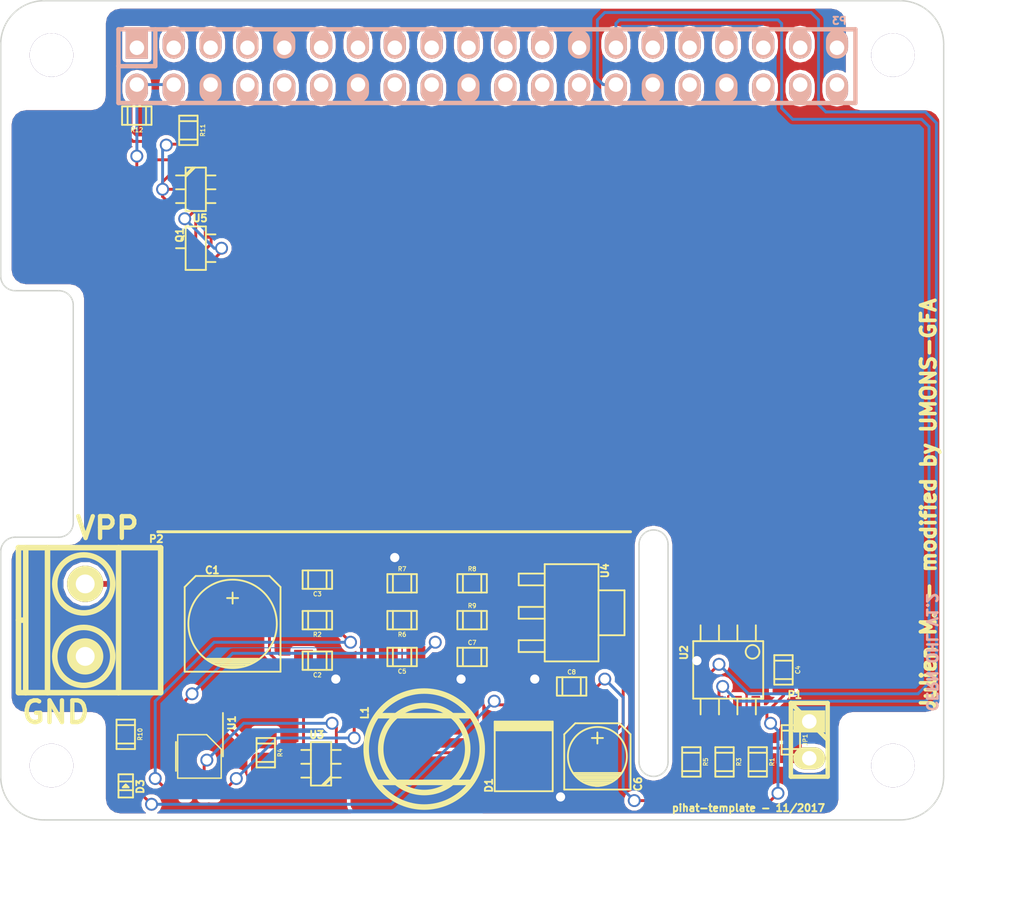
<source format=kicad_pcb>
(kicad_pcb (version 4) (host pcbnew 4.0.2+dfsg1-stable)
  (title_block (title "Raspberry Pi Hat Template") (date 2015-12-24) (rev 0.1) (company OpenFet) (comment 1 "Author: Julien") (comment 2 "License: CERN OHL V1.2"))
  (layers (0 F.Cu signal) (31 B.Cu signal) (34 B.Paste user) (35 F.Paste user) (36 B.SilkS user) (37 F.SilkS user) (38 B.Mask user) (39 F.Mask user) (44 Edge.Cuts user))
  (net 0 "")
  (net 1 GND)
  (net 2 "/Back Power Protection/5V_MCU")
  (net 3 +24V)
  (net 4 +5V)
  (net 5 "Net-(C3-Pad2)")
  (net 6 "Net-(C5-Pad2)")
  (net 7 "Net-(D1-Pad2)")
  (net 8 "Net-(D3-Pad2)")
  (net 9 "Net-(JP1-Pad1)")
  (net 10 "Net-(P3-Pad27)")
  (net 11 "Net-(P3-Pad28)")
  (net 12 "Net-(Q1-Pad1)")
  (net 13 "Net-(R4-Pad2)")
  (net 14 "Net-(R8-Pad1)")
  (net 15 "Net-(R11-Pad1)")
  (net 16 "Net-(U1-Pad3)")
  (net 17 "Net-(U1-Pad7)")
  (net 18 "Net-(P3-Pad1)")
  (net 19 "Net-(P3-Pad3)")
  (net 20 "Net-(P3-Pad5)")
  (net 21 "Net-(P3-Pad7)")
  (net 22 "Net-(P3-Pad8)")
  (net 23 "Net-(P3-Pad10)")
  (net 24 "Net-(P3-Pad11)")
  (net 25 "Net-(P3-Pad12)")
  (net 26 "Net-(P3-Pad13)")
  (net 27 "Net-(P3-Pad15)")
  (net 28 "Net-(P3-Pad16)")
  (net 29 "Net-(P3-Pad17)")
  (net 30 "Net-(P3-Pad18)")
  (net 31 "Net-(P3-Pad19)")
  (net 32 "Net-(P3-Pad21)")
  (net 33 "Net-(P3-Pad22)")
  (net 34 "Net-(P3-Pad23)")
  (net 35 "Net-(P3-Pad24)")
  (net 36 "Net-(P3-Pad26)")
  (net 37 "Net-(P3-Pad29)")
  (net 38 "Net-(P3-Pad31)")
  (net 39 "Net-(P3-Pad32)")
  (net 40 "Net-(P3-Pad33)")
  (net 41 "Net-(P3-Pad35)")
  (net 42 "Net-(P3-Pad36)")
  (net 43 "Net-(P3-Pad37)")
  (net 44 "Net-(P3-Pad40)")
  (net 45 +3.3V)
  (module Mounting_Holes:MountingHole_3mm (layer F.Cu) (at 166.42 74.82)
    (fp_text reference REF** hide)
    (fp_text value MountingHole_3mm hide)
    (pad 1 thru_hole circle (at 0 0) (size 2.99974 2.99974) (drill 2.99974) (layers))
  )
  (module Mounting_Holes:MountingHole_3mm (layer F.Cu) (at 166.42 123.82)
    (fp_text reference REF** hide)
    (fp_text value MountingHole_3mm hide)
    (pad 1 thru_hole circle (at 0 0) (size 2.99974 2.99974) (drill 2.99974) (layers))
  )
  (module Mounting_Holes:MountingHole_3mm (layer F.Cu) (at 108.42 123.82)
    (fp_text reference REF** hide)
    (fp_text value MountingHole_3mm hide)
    (pad 1 thru_hole circle (at 0 0) (size 2.99974 2.99974) (drill 2.99974) (layers))
  )
  (module Mounting_Holes:MountingHole_3mm (layer F.Cu) (at 108.42 74.82)
    (fp_text reference REF** hide)
    (fp_text value MountingHole_3mm hide)
    (pad 1 thru_hole circle (at 0 0) (size 2.99974 2.99974) (drill 2.99974) (layers))
  )
  (module project:pin_strip_2 (layer F.Cu) (at 160.655 122.047 270)
    (fp_text reference P1 (at -3.1 1 360) (layer F.SilkS) (effects (font (size 0.5 0.5) (thickness 0.125))))
    (fp_text value CONN_01X02 hide)
    (pad 1 thru_hole rect (at -1.27 0 270) (size 1.524 2.19964) (drill 1.00076) (layers *.Cu *.Mask F.SilkS) (net 1 GND))
    (pad 2 thru_hole oval (at 1.27 0 270) (size 1.524 2.19964) (drill 1.00076) (layers *.Cu *.Mask F.SilkS) (net 9 "Net-(JP1-Pad1)"))
  )
  (module project:Led_0603 (layer F.Cu) (at 113.538 125.222 90)
    (fp_text reference D3 (at -0.0507 1 90) (layer F.SilkS) (effects (font (size 0.5 0.5) (thickness 0.125))))
    (fp_text value LED hide)
    (pad 1 smd rect (at -0.7493 0 90) (size 0.79756 0.79756) (layers F.Cu F.Paste F.Mask) (net 45 +3.3V))
    (pad 2 smd rect (at 0.7493 0 90) (size 0.79756 0.79756) (layers F.Cu F.Paste F.Mask) (net 8 "Net-(D3-Pad2)"))
  )
  (module project:sot223 (layer F.Cu) (at 144.272 113.284 270)
    (fp_text reference U4 (at -2.9 -2.3 270) (layer F.SilkS) (effects (font (size 0.5 0.5) (thickness 0.125))))
    (fp_text value LM1117IMPX-ADJ hide)
    (pad 1 smd rect (at -2.30124 2.99974 270) (size 1.30048 1.80086) (layers F.Cu F.Paste F.Mask) (net 14 "Net-(R8-Pad1)"))
    (pad 2 smd rect (at 0 2.99974 270) (size 1.30048 1.80086) (layers F.Cu F.Paste F.Mask) (net 45 +3.3V))
    (pad 3 smd rect (at 2.30124 2.99974 270) (size 1.30048 1.80086) (layers F.Cu F.Paste F.Mask) (net 4 +5V))
    (pad 4 smd rect (at 0 -2.99974 270) (size 3.79984 1.80086) (layers F.Cu F.Paste F.Mask))
  )
  (module project:c_elec_6.3x7.7 (layer F.Cu) (at 120.904 114.046 90)
    (fp_text reference C1 (at 3.7 -1.4 180) (layer F.SilkS) (effects (font (size 0.5 0.5) (thickness 0.125))))
    (fp_text value 50uf/50v hide)
    (pad 1 smd rect (at 2.75082 0 90) (size 3.59918 1.6002) (layers F.Cu F.Paste F.Mask) (net 3 +24V))
    (pad 2 smd rect (at -2.75082 0 90) (size 3.59918 1.6002) (layers F.Cu F.Paste F.Mask) (net 1 GND))
  )
  (module project:inductor_smd_8x5mm (layer F.Cu) (at 134.112 122.682 90)
    (fp_text reference L1 (at 2.5 -4.1 90) (layer F.SilkS) (effects (font (size 0.5 0.5) (thickness 0.125))))
    (fp_text value 22uH hide)
    (pad 1 smd rect (at -2.49936 0 90) (size 2.9972 7.49808) (layers F.Cu F.Paste F.Mask) (net 7 "Net-(D1-Pad2)"))
    (pad 2 smd rect (at 2.49936 0 90) (size 2.9972 7.49808) (layers F.Cu F.Paste F.Mask) (net 4 +5V))
  )
  (module project:c_elec_4x5.3 (layer F.Cu) (at 146.05 123.19 90)
    (fp_text reference C6 (at -1.9 2.8 90) (layer F.SilkS) (effects (font (size 0.5 0.5) (thickness 0.125))))
    (fp_text value 10uf/6.3V hide)
    (pad 1 smd rect (at 1.80086 0 90) (size 2.60096 1.6002) (layers F.Cu F.Paste F.Mask) (net 4 +5V))
    (pad 2 smd rect (at -1.80086 0 90) (size 2.60096 1.6002) (layers F.Cu F.Paste F.Mask) (net 1 GND))
  )
  (module project:do214aa (layer F.Cu) (at 140.97 123.19 90)
    (fp_text reference D1 (at -2 -2.4 90) (layer F.SilkS) (effects (font (size 0.5 0.5) (thickness 0.125))))
    (fp_text value DIODESCH hide)
    (pad 2 smd rect (at 2.00914 0 90) (size 1.99898 2.30124) (layers F.Cu F.Paste F.Mask) (net 7 "Net-(D1-Pad2)"))
    (pad 1 smd rect (at -2.00914 0 90) (size 1.99898 2.30124) (layers F.Cu F.Paste F.Mask) (net 1 GND))
  )
  (module project:sot23-6 (layer F.Cu) (at 127 123.698 90)
    (fp_text reference U3 (at 2 -0.3 180) (layer F.SilkS) (effects (font (size 0.5 0.5) (thickness 0.125))))
    (fp_text value FDC5614P hide)
    (pad 1 smd rect (at -0.9525 1.05664 90) (size 0.59944 1.00076) (layers F.Cu F.Paste F.Mask) (net 7 "Net-(D1-Pad2)"))
    (pad 3 smd rect (at 0.9525 1.05664 90) (size 0.59944 1.00076) (layers F.Cu F.Paste F.Mask) (net 17 "Net-(U1-Pad7)"))
    (pad 2 smd rect (at 0 1.05664 90) (size 0.59944 1.00076) (layers F.Cu F.Paste F.Mask) (net 7 "Net-(D1-Pad2)"))
    (pad 4 smd rect (at 0.9525 -1.05664 90) (size 0.59944 1.00076) (layers F.Cu F.Paste F.Mask) (net 3 +24V))
    (pad 6 smd rect (at -0.9525 -1.05664 90) (size 0.59944 1.00076) (layers F.Cu F.Paste F.Mask) (net 7 "Net-(D1-Pad2)"))
    (pad 5 smd rect (at 0 -1.05664 90) (size 0.59944 1.00076) (layers F.Cu F.Paste F.Mask) (net 7 "Net-(D1-Pad2)"))
  )
  (module project:sot23-6 (layer F.Cu) (at 118.364 84.074 270)
    (fp_text reference U5 (at 2 -0.3 360) (layer F.SilkS) (effects (font (size 0.5 0.5) (thickness 0.125))))
    (fp_text value DMMT5401 hide)
    (pad 1 smd rect (at -0.9525 1.05664 270) (size 0.59944 1.00076) (layers F.Cu F.Paste F.Mask) (net 15 "Net-(R11-Pad1)"))
    (pad 3 smd rect (at 0.9525 1.05664 270) (size 0.59944 1.00076) (layers F.Cu F.Paste F.Mask) (net 15 "Net-(R11-Pad1)"))
    (pad 2 smd rect (at 0 1.05664 270) (size 0.59944 1.00076) (layers F.Cu F.Paste F.Mask) (net 15 "Net-(R11-Pad1)"))
    (pad 4 smd rect (at 0.9525 -1.05664 270) (size 0.59944 1.00076) (layers F.Cu F.Paste F.Mask) (net 12 "Net-(Q1-Pad1)"))
    (pad 6 smd rect (at -0.9525 -1.05664 270) (size 0.59944 1.00076) (layers F.Cu F.Paste F.Mask) (net 4 +5V))
    (pad 5 smd rect (at 0 -1.05664 270) (size 0.59944 1.00076) (layers F.Cu F.Paste F.Mask) (net 2 "/Back Power Protection/5V_MCU"))
  )
  (module project:sot23 (layer F.Cu) (at 118.364 88.138 90)
    (fp_text reference Q1 (at 0.9 -1.1 90) (layer F.SilkS) (effects (font (size 0.5 0.5) (thickness 0.125))))
    (fp_text value BSS138 hide)
    (pad 1 smd rect (at -0.9525 1.05664 90) (size 0.59944 1.00076) (layers F.Cu F.Paste F.Mask) (net 12 "Net-(Q1-Pad1)"))
    (pad 2 smd rect (at 0 -1.05664 90) (size 0.59944 1.00076) (layers F.Cu F.Paste F.Mask) (net 2 "/Back Power Protection/5V_MCU"))
    (pad 3 smd rect (at 0.9525 1.05664 90) (size 0.59944 1.00076) (layers F.Cu F.Paste F.Mask) (net 4 +5V))
  )
  (module project:mkds_1,5-2 (layer F.Cu) (at 110.744 113.792 270)
    (fp_text reference P2 (at -5.6 -4.9 360) (layer F.SilkS) (effects (font (size 0.5 0.5) (thickness 0.125))))
    (fp_text value CONN_01X02 hide)
    (pad 1 thru_hole circle (at -2.5 0 270) (size 2.5 2.5) (drill 1.3) (layers *.Cu *.Mask F.SilkS) (net 3 +24V))
    (pad 2 thru_hole circle (at 2.5 0 270) (size 2.5 2.5) (drill 1.3) (layers *.Cu *.Mask F.SilkS) (net 1 GND))
  )
  (module project:c_0805 (layer F.Cu) (at 126.746 116.586 180)
    (fp_text reference C2 (at 0 -0.9906 180) (layer F.SilkS) (effects (font (size 0.29972 0.29972) (thickness 0.06096))))
    (fp_text value 0.1uf hide)
    (pad 1 smd rect (at 0.9525 0 180) (size 1.30048 1.4986) (layers F.Cu F.Paste F.Mask) (net 3 +24V))
    (pad 2 smd rect (at -0.9525 0 180) (size 1.30048 1.4986) (layers F.Cu F.Paste F.Mask) (net 1 GND))
  )
  (module project:c_0805 (layer F.Cu) (at 126.746 110.998 180)
    (fp_text reference C3 (at 0 -0.9906 180) (layer F.SilkS) (effects (font (size 0.29972 0.29972) (thickness 0.06096))))
    (fp_text value 1nf hide)
    (pad 1 smd rect (at 0.9525 0 180) (size 1.30048 1.4986) (layers F.Cu F.Paste F.Mask) (net 3 +24V))
    (pad 2 smd rect (at -0.9525 0 180) (size 1.30048 1.4986) (layers F.Cu F.Paste F.Mask) (net 5 "Net-(C3-Pad2)"))
  )
  (module project:c_0805 (layer F.Cu) (at 158.877 117.221 270)
    (fp_text reference C4 (at 0 -0.9906 270) (layer F.SilkS) (effects (font (size 0.29972 0.29972) (thickness 0.06096))))
    (fp_text value 0.1uf hide)
    (pad 1 smd rect (at 0.9525 0 270) (size 1.30048 1.4986) (layers F.Cu F.Paste F.Mask) (net 45 +3.3V))
    (pad 2 smd rect (at -0.9525 0 270) (size 1.30048 1.4986) (layers F.Cu F.Paste F.Mask) (net 1 GND))
  )
  (module project:c_0805 (layer F.Cu) (at 132.588 116.332 180)
    (fp_text reference C5 (at 0 -0.9906 180) (layer F.SilkS) (effects (font (size 0.29972 0.29972) (thickness 0.06096))))
    (fp_text value 0.1uf hide)
    (pad 1 smd rect (at 0.9525 0 180) (size 1.30048 1.4986) (layers F.Cu F.Paste F.Mask) (net 4 +5V))
    (pad 2 smd rect (at -0.9525 0 180) (size 1.30048 1.4986) (layers F.Cu F.Paste F.Mask) (net 6 "Net-(C5-Pad2)"))
  )
  (module project:c_0805 (layer F.Cu) (at 137.414 116.332)
    (fp_text reference C7 (at 0 -0.9906) (layer F.SilkS) (effects (font (size 0.29972 0.29972) (thickness 0.06096))))
    (fp_text value 0.1uf hide)
    (pad 1 smd rect (at 0.9525 0) (size 1.30048 1.4986) (layers F.Cu F.Paste F.Mask) (net 45 +3.3V))
    (pad 2 smd rect (at -0.9525 0) (size 1.30048 1.4986) (layers F.Cu F.Paste F.Mask) (net 1 GND))
  )
  (module project:c_0805 (layer F.Cu) (at 144.272 118.364)
    (fp_text reference C8 (at 0 -0.9906) (layer F.SilkS) (effects (font (size 0.29972 0.29972) (thickness 0.06096))))
    (fp_text value 1uf hide)
    (pad 1 smd rect (at 0.9525 0) (size 1.30048 1.4986) (layers F.Cu F.Paste F.Mask) (net 45 +3.3V))
    (pad 2 smd rect (at -0.9525 0) (size 1.30048 1.4986) (layers F.Cu F.Paste F.Mask) (net 1 GND))
  )
  (module project:r_0805 (layer F.Cu) (at 159.385 122.047 270)
    (fp_text reference JP1 (at 0 -0.9906 270) (layer F.SilkS) (effects (font (size 0.29972 0.29972) (thickness 0.06096))))
    (fp_text value JUMPER hide)
    (pad 1 smd rect (at 0.9525 0 270) (size 1.30048 1.4986) (layers F.Cu F.Paste F.Mask) (net 9 "Net-(JP1-Pad1)"))
    (pad 2 smd rect (at -0.9525 0 270) (size 1.30048 1.4986) (layers F.Cu F.Paste F.Mask) (net 1 GND))
  )
  (module project:pin_socket_20x2 (layer B.Cu) (at 138.436 75.582)
    (fp_text reference P3 (at 24.29 -3.13) (layer B.SilkS) (effects (font (size 0.5 0.5) (thickness 0.125)) (justify mirror)))
    (fp_text value Raspberry_Pi_+_Conn hide)
    (pad 1 thru_hole rect (at -24.13 -1.27) (size 1.524 1.99898) (drill 1.00076 (offset 0 -0.24892)) (layers *.Cu *.Mask B.SilkS) (net 18 "Net-(P3-Pad1)"))
    (pad 2 thru_hole oval (at -24.13 1.27) (size 1.524 1.99898) (drill 1.00076 (offset 0 0.24892)) (layers *.Cu *.Mask B.SilkS) (net 2 "/Back Power Protection/5V_MCU"))
    (pad 3 thru_hole oval (at -21.59 -1.27) (size 1.524 1.99898) (drill 1.00076 (offset 0 -0.24892)) (layers *.Cu *.Mask B.SilkS) (net 19 "Net-(P3-Pad3)"))
    (pad 4 thru_hole oval (at -21.59 1.27) (size 1.524 1.99898) (drill 1.00076 (offset 0 0.24892)) (layers *.Cu *.Mask B.SilkS) (net 2 "/Back Power Protection/5V_MCU"))
    (pad 5 thru_hole oval (at -19.05 -1.27) (size 1.524 1.99898) (drill 1.00076 (offset 0 -0.24892)) (layers *.Cu *.Mask B.SilkS) (net 20 "Net-(P3-Pad5)"))
    (pad 6 thru_hole oval (at -19.05 1.27) (size 1.524 1.99898) (drill 1.00076 (offset 0 0.24892)) (layers *.Cu *.Mask B.SilkS) (net 1 GND))
    (pad 7 thru_hole oval (at -16.51 -1.27) (size 1.524 1.99898) (drill 1.00076 (offset 0 -0.24892)) (layers *.Cu *.Mask B.SilkS) (net 21 "Net-(P3-Pad7)"))
    (pad 8 thru_hole oval (at -16.51 1.27) (size 1.524 1.99898) (drill 1.00076 (offset 0 0.24892)) (layers *.Cu *.Mask B.SilkS) (net 22 "Net-(P3-Pad8)"))
    (pad 9 thru_hole oval (at -13.97 -1.27) (size 1.524 1.99898) (drill 1.00076 (offset 0 -0.24892)) (layers *.Cu *.Mask B.SilkS) (net 1 GND))
    (pad 10 thru_hole oval (at -13.97 1.27) (size 1.524 1.99898) (drill 1.00076 (offset 0 0.24892)) (layers *.Cu *.Mask B.SilkS) (net 23 "Net-(P3-Pad10)"))
    (pad 11 thru_hole oval (at -11.43 -1.27) (size 1.524 1.99898) (drill 1.00076 (offset 0 -0.24892)) (layers *.Cu *.Mask B.SilkS) (net 24 "Net-(P3-Pad11)"))
    (pad 12 thru_hole oval (at -11.43 1.27) (size 1.524 1.99898) (drill 1.00076 (offset 0 0.24892)) (layers *.Cu *.Mask B.SilkS) (net 25 "Net-(P3-Pad12)"))
    (pad 13 thru_hole oval (at -8.89 -1.27) (size 1.524 1.99898) (drill 1.00076 (offset 0 -0.24892)) (layers *.Cu *.Mask B.SilkS) (net 26 "Net-(P3-Pad13)"))
    (pad 14 thru_hole oval (at -8.89 1.27) (size 1.524 1.99898) (drill 1.00076 (offset 0 0.24892)) (layers *.Cu *.Mask B.SilkS) (net 1 GND))
    (pad 15 thru_hole oval (at -6.35 -1.27) (size 1.524 1.99898) (drill 1.00076 (offset 0 -0.24892)) (layers *.Cu *.Mask B.SilkS) (net 27 "Net-(P3-Pad15)"))
    (pad 16 thru_hole oval (at -6.35 1.27) (size 1.524 1.99898) (drill 1.00076 (offset 0 0.24892)) (layers *.Cu *.Mask B.SilkS) (net 28 "Net-(P3-Pad16)"))
    (pad 17 thru_hole oval (at -3.81 -1.27) (size 1.524 1.99898) (drill 1.00076 (offset 0 -0.24892)) (layers *.Cu *.Mask B.SilkS) (net 29 "Net-(P3-Pad17)"))
    (pad 18 thru_hole oval (at -3.81 1.27) (size 1.524 1.99898) (drill 1.00076 (offset 0 0.24892)) (layers *.Cu *.Mask B.SilkS) (net 30 "Net-(P3-Pad18)"))
    (pad 19 thru_hole oval (at -1.27 -1.27) (size 1.524 1.99898) (drill 1.00076 (offset 0 -0.24892)) (layers *.Cu *.Mask B.SilkS) (net 31 "Net-(P3-Pad19)"))
    (pad 20 thru_hole oval (at -1.27 1.27) (size 1.524 1.99898) (drill 1.00076 (offset 0 0.24892)) (layers *.Cu *.Mask B.SilkS) (net 1 GND))
    (pad 21 thru_hole oval (at 1.27 -1.27) (size 1.524 1.99898) (drill 1.00076 (offset 0 -0.24892)) (layers *.Cu *.Mask B.SilkS) (net 32 "Net-(P3-Pad21)"))
    (pad 22 thru_hole oval (at 1.27 1.27) (size 1.524 1.99898) (drill 1.00076 (offset 0 0.24892)) (layers *.Cu *.Mask B.SilkS) (net 33 "Net-(P3-Pad22)"))
    (pad 23 thru_hole oval (at 3.81 -1.27) (size 1.524 1.99898) (drill 1.00076 (offset 0 -0.24892)) (layers *.Cu *.Mask B.SilkS) (net 34 "Net-(P3-Pad23)"))
    (pad 24 thru_hole oval (at 3.81 1.27) (size 1.524 1.99898) (drill 1.00076 (offset 0 0.24892)) (layers *.Cu *.Mask B.SilkS) (net 35 "Net-(P3-Pad24)"))
    (pad 25 thru_hole oval (at 6.35 -1.27) (size 1.524 1.99898) (drill 1.00076 (offset 0 -0.24892)) (layers *.Cu *.Mask B.SilkS) (net 1 GND))
    (pad 26 thru_hole oval (at 6.35 1.27) (size 1.524 1.99898) (drill 1.00076 (offset 0 0.24892)) (layers *.Cu *.Mask B.SilkS) (net 36 "Net-(P3-Pad26)"))
    (pad 27 thru_hole oval (at 8.89 -1.27) (size 1.524 1.99898) (drill 1.00076 (offset 0 -0.24892)) (layers *.Cu *.Mask B.SilkS) (net 10 "Net-(P3-Pad27)"))
    (pad 28 thru_hole oval (at 8.89 1.27) (size 1.524 1.99898) (drill 1.00076 (offset 0 0.24892)) (layers *.Cu *.Mask B.SilkS) (net 11 "Net-(P3-Pad28)"))
    (pad 29 thru_hole oval (at 11.43 -1.27) (size 1.524 1.99898) (drill 1.00076 (offset 0 -0.24892)) (layers *.Cu *.Mask B.SilkS) (net 37 "Net-(P3-Pad29)"))
    (pad 30 thru_hole oval (at 11.43 1.27) (size 1.524 1.99898) (drill 1.00076 (offset 0 0.24892)) (layers *.Cu *.Mask B.SilkS) (net 1 GND))
    (pad 31 thru_hole oval (at 13.97 -1.27) (size 1.524 1.99898) (drill 1.00076 (offset 0 -0.24892)) (layers *.Cu *.Mask B.SilkS) (net 38 "Net-(P3-Pad31)"))
    (pad 32 thru_hole oval (at 13.97 1.27) (size 1.524 1.99898) (drill 1.00076 (offset 0 0.24892)) (layers *.Cu *.Mask B.SilkS) (net 39 "Net-(P3-Pad32)"))
    (pad 33 thru_hole oval (at 16.51 -1.27) (size 1.524 1.99898) (drill 1.00076 (offset 0 -0.24892)) (layers *.Cu *.Mask B.SilkS) (net 40 "Net-(P3-Pad33)"))
    (pad 34 thru_hole oval (at 16.51 1.27) (size 1.524 1.99898) (drill 1.00076 (offset 0 0.24892)) (layers *.Cu *.Mask B.SilkS) (net 1 GND))
    (pad 35 thru_hole oval (at 19.05 -1.27) (size 1.524 1.99898) (drill 1.00076 (offset 0 -0.24892)) (layers *.Cu *.Mask B.SilkS) (net 41 "Net-(P3-Pad35)"))
    (pad 36 thru_hole oval (at 19.05 1.27) (size 1.524 1.99898) (drill 1.00076 (offset 0 0.24892)) (layers *.Cu *.Mask B.SilkS) (net 42 "Net-(P3-Pad36)"))
    (pad 37 thru_hole oval (at 21.59 -1.27) (size 1.524 1.99898) (drill 1.00076 (offset 0 -0.24892)) (layers *.Cu *.Mask B.SilkS) (net 43 "Net-(P3-Pad37)"))
    (pad 38 thru_hole oval (at 21.59 1.27) (size 1.524 1.99898) (drill 1.00076 (offset 0 0.24892)) (layers *.Cu *.Mask B.SilkS))
    (pad 39 thru_hole oval (at 24.13 -1.27) (size 1.524 1.99898) (drill 1.00076 (offset 0 -0.24892)) (layers *.Cu *.Mask B.SilkS) (net 1 GND))
    (pad 40 thru_hole oval (at 24.13 1.27) (size 1.524 1.99898) (drill 1.00076 (offset 0 0.24892)) (layers *.Cu *.Mask B.SilkS) (net 44 "Net-(P3-Pad40)"))
  )
  (module project:r_0805 (layer F.Cu) (at 157.099 123.571 270)
    (fp_text reference R1 (at 0 -0.9906 270) (layer F.SilkS) (effects (font (size 0.29972 0.29972) (thickness 0.06096))))
    (fp_text value 1k hide)
    (pad 1 smd rect (at 0.9525 0 270) (size 1.30048 1.4986) (layers F.Cu F.Paste F.Mask) (net 45 +3.3V))
    (pad 2 smd rect (at -0.9525 0 270) (size 1.30048 1.4986) (layers F.Cu F.Paste F.Mask) (net 9 "Net-(JP1-Pad1)"))
  )
  (module project:r_0805 (layer F.Cu) (at 126.746 113.792 180)
    (fp_text reference R2 (at 0 -0.9906 180) (layer F.SilkS) (effects (font (size 0.29972 0.29972) (thickness 0.06096))))
    (fp_text value 24k hide)
    (pad 1 smd rect (at 0.9525 0 180) (size 1.30048 1.4986) (layers F.Cu F.Paste F.Mask) (net 3 +24V))
    (pad 2 smd rect (at -0.9525 0 180) (size 1.30048 1.4986) (layers F.Cu F.Paste F.Mask) (net 5 "Net-(C3-Pad2)"))
  )
  (module project:r_0805 (layer F.Cu) (at 154.813 123.571 270)
    (fp_text reference R3 (at 0 -0.9906 270) (layer F.SilkS) (effects (font (size 0.29972 0.29972) (thickness 0.06096))))
    (fp_text value 3.9k hide)
    (pad 1 smd rect (at 0.9525 0 270) (size 1.30048 1.4986) (layers F.Cu F.Paste F.Mask) (net 45 +3.3V))
    (pad 2 smd rect (at -0.9525 0 270) (size 1.30048 1.4986) (layers F.Cu F.Paste F.Mask) (net 11 "Net-(P3-Pad28)"))
  )
  (module project:r_0805 (layer F.Cu) (at 123.19 122.936 270)
    (fp_text reference R4 (at 0 -0.9906 270) (layer F.SilkS) (effects (font (size 0.29972 0.29972) (thickness 0.06096))))
    (fp_text value 270 hide)
    (pad 1 smd rect (at 0.9525 0 270) (size 1.30048 1.4986) (layers F.Cu F.Paste F.Mask) (net 7 "Net-(D1-Pad2)"))
    (pad 2 smd rect (at -0.9525 0 270) (size 1.30048 1.4986) (layers F.Cu F.Paste F.Mask) (net 13 "Net-(R4-Pad2)"))
  )
  (module project:r_0805 (layer F.Cu) (at 152.527 123.571 270)
    (fp_text reference R5 (at 0 -0.9906 270) (layer F.SilkS) (effects (font (size 0.29972 0.29972) (thickness 0.06096))))
    (fp_text value 3.9k hide)
    (pad 1 smd rect (at 0.9525 0 270) (size 1.30048 1.4986) (layers F.Cu F.Paste F.Mask) (net 45 +3.3V))
    (pad 2 smd rect (at -0.9525 0 270) (size 1.30048 1.4986) (layers F.Cu F.Paste F.Mask) (net 10 "Net-(P3-Pad27)"))
  )
  (module project:r_0805 (layer F.Cu) (at 132.588 113.792 180)
    (fp_text reference R6 (at 0 -0.9906 180) (layer F.SilkS) (effects (font (size 0.29972 0.29972) (thickness 0.06096))))
    (fp_text value 30k hide)
    (pad 1 smd rect (at 0.9525 0 180) (size 1.30048 1.4986) (layers F.Cu F.Paste F.Mask) (net 4 +5V))
    (pad 2 smd rect (at -0.9525 0 180) (size 1.30048 1.4986) (layers F.Cu F.Paste F.Mask) (net 6 "Net-(C5-Pad2)"))
  )
  (module project:r_0805 (layer F.Cu) (at 132.588 111.252)
    (fp_text reference R7 (at 0 -0.9906) (layer F.SilkS) (effects (font (size 0.29972 0.29972) (thickness 0.06096))))
    (fp_text value 10k hide)
    (pad 1 smd rect (at 0.9525 0) (size 1.30048 1.4986) (layers F.Cu F.Paste F.Mask) (net 6 "Net-(C5-Pad2)"))
    (pad 2 smd rect (at -0.9525 0) (size 1.30048 1.4986) (layers F.Cu F.Paste F.Mask) (net 1 GND))
  )
  (module project:r_0805 (layer F.Cu) (at 137.414 111.252)
    (fp_text reference R8 (at 0 -0.9906) (layer F.SilkS) (effects (font (size 0.29972 0.29972) (thickness 0.06096))))
    (fp_text value 390 hide)
    (pad 1 smd rect (at 0.9525 0) (size 1.30048 1.4986) (layers F.Cu F.Paste F.Mask) (net 14 "Net-(R8-Pad1)"))
    (pad 2 smd rect (at -0.9525 0) (size 1.30048 1.4986) (layers F.Cu F.Paste F.Mask) (net 1 GND))
  )
  (module project:r_0805 (layer F.Cu) (at 137.414 113.792)
    (fp_text reference R9 (at 0 -0.9906) (layer F.SilkS) (effects (font (size 0.29972 0.29972) (thickness 0.06096))))
    (fp_text value 240 hide)
    (pad 1 smd rect (at 0.9525 0) (size 1.30048 1.4986) (layers F.Cu F.Paste F.Mask) (net 45 +3.3V))
    (pad 2 smd rect (at -0.9525 0) (size 1.30048 1.4986) (layers F.Cu F.Paste F.Mask) (net 14 "Net-(R8-Pad1)"))
  )
  (module project:r_0805 (layer F.Cu) (at 113.538 121.666 270)
    (fp_text reference R10 (at 0 -0.9906 270) (layer F.SilkS) (effects (font (size 0.29972 0.29972) (thickness 0.06096))))
    (fp_text value 360 hide)
    (pad 1 smd rect (at 0.9525 0 270) (size 1.30048 1.4986) (layers F.Cu F.Paste F.Mask) (net 8 "Net-(D3-Pad2)"))
    (pad 2 smd rect (at -0.9525 0 270) (size 1.30048 1.4986) (layers F.Cu F.Paste F.Mask) (net 1 GND))
  )
  (module project:r_0805 (layer F.Cu) (at 117.856 80.01 270)
    (fp_text reference R11 (at 0 -0.9906 270) (layer F.SilkS) (effects (font (size 0.29972 0.29972) (thickness 0.06096))))
    (fp_text value 10k hide)
    (pad 1 smd rect (at 0.9525 0 270) (size 1.30048 1.4986) (layers F.Cu F.Paste F.Mask) (net 15 "Net-(R11-Pad1)"))
    (pad 2 smd rect (at -0.9525 0 270) (size 1.30048 1.4986) (layers F.Cu F.Paste F.Mask) (net 1 GND))
  )
  (module project:r_0805 (layer F.Cu) (at 114.3 78.994 180)
    (fp_text reference R12 (at 0 -0.9906 180) (layer F.SilkS) (effects (font (size 0.29972 0.29972) (thickness 0.06096))))
    (fp_text value 47k hide)
    (pad 1 smd rect (at 0.9525 0 180) (size 1.30048 1.4986) (layers F.Cu F.Paste F.Mask) (net 12 "Net-(Q1-Pad1)"))
    (pad 2 smd rect (at -0.9525 0 180) (size 1.30048 1.4986) (layers F.Cu F.Paste F.Mask) (net 1 GND))
  )
  (module project:CAT24C04WI-GT3 (layer F.Cu) (at 155.067 117.221 180)
    (fp_text reference U2 (at 3.048 1.1938 270) (layer F.SilkS) (effects (font (size 0.5 0.5) (thickness 0.125))))
    (fp_text value "CAT24C04WI-GT3 ")
    (pad 1 smd rect (at -1.905 2.794 180) (size 0.59944 1.99898) (layers F.Cu F.Paste F.Mask) (net 1 GND))
    (pad 2 smd rect (at -0.635 2.794 180) (size 0.59944 1.99898) (layers F.Cu F.Paste F.Mask) (net 1 GND))
    (pad 3 smd rect (at 0.635 2.794 180) (size 0.59944 1.99898) (layers F.Cu F.Paste F.Mask) (net 1 GND))
    (pad 4 smd rect (at 1.905 2.794 180) (size 0.59944 1.99898) (layers F.Cu F.Paste F.Mask) (net 1 GND))
    (pad 5 smd rect (at 1.905 -2.794 180) (size 0.59944 1.99898) (layers F.Cu F.Paste F.Mask) (net 10 "Net-(P3-Pad27)"))
    (pad 6 smd rect (at 0.635 -2.794 180) (size 0.59944 1.99898) (layers F.Cu F.Paste F.Mask) (net 11 "Net-(P3-Pad28)"))
    (pad 7 smd rect (at -0.635 -2.794 180) (size 0.59944 1.99898) (layers F.Cu F.Paste F.Mask) (net 9 "Net-(JP1-Pad1)"))
    (pad 8 smd rect (at -1.905 -2.794 180) (size 0.59944 1.99898) (layers F.Cu F.Paste F.Mask) (net 45 +3.3V))
  )
  (module project:LM3489 (layer F.Cu) (at 118.618 123.19 270)
    (fp_text reference U1 (at -2.3114 -2.2352 270) (layer F.SilkS) (effects (font (size 0.5 0.5) (thickness 0.125))))
    (fp_text value LM3489)
    (pad 1 smd rect (at -2.2 -0.975 180) (size 0.45 1.45) (layers F.Cu F.Paste F.Mask) (net 13 "Net-(R4-Pad2)"))
    (pad 2 smd rect (at -2.2 -0.325 180) (size 0.45 1.45) (layers F.Cu F.Paste F.Mask) (net 1 GND))
    (pad 3 smd rect (at -2.2 0.325 180) (size 0.45 1.45) (layers F.Cu F.Paste F.Mask) (net 16 "Net-(U1-Pad3)"))
    (pad 4 smd rect (at -2.2 0.975 180) (size 0.45 1.45) (layers F.Cu F.Paste F.Mask) (net 6 "Net-(C5-Pad2)"))
    (pad 5 smd rect (at 2.2 0.975 180) (size 0.45 1.45) (layers F.Cu F.Paste F.Mask) (net 5 "Net-(C3-Pad2)"))
    (pad 6 smd rect (at 2.2 0.325 180) (size 0.45 1.45) (layers F.Cu F.Paste F.Mask) (net 1 GND))
    (pad 7 smd rect (at 2.2 -0.325 180) (size 0.45 1.45) (layers F.Cu F.Paste F.Mask) (net 17 "Net-(U1-Pad7)"))
    (pad 8 smd rect (at 2.2 -0.975 180) (size 0.45 1.45) (layers F.Cu F.Paste F.Mask) (net 3 +24V))
  )
  (gr_line (start 115.744 107.696) (end 148.336 107.696) (angle 90) (layer F.SilkS) (width 0.2))
  (gr_text "pihat-template - 11/2017" (at 156.464 126.746) (layer F.SilkS) (effects (font (size 0.5 0.5) (thickness 0.125))))
  (gr_text "CERN OHL V1.2" (at 169.1 116 270) (layer B.SilkS) (effects (font (size 0.7 0.7) (thickness 0.175)) (justify mirror)))
  (gr_text "Julien M. - modified by UMONS-GFA" (at 168.8725 105.8275 90) (layer F.SilkS) (effects (font (size 1 1) (thickness 0.25))))
  (gr_text GND (at 108.712 120.142) (layer F.SilkS) (effects (font (size 1.5 1.5) (thickness 0.3))))
  (gr_text VPP (at 112.268 107.442) (layer F.SilkS) (effects (font (size 1.5 1.5) (thickness 0.3))))
  (gr_arc (start 149.92 108.57) (end 149.92 107.57) (angle 90) (layer Edge.Cuts) (width 0.1))
  (gr_arc (start 149.92 108.57) (end 148.92 108.57) (angle 90) (layer Edge.Cuts) (width 0.1))
  (gr_line (start 104.92 109.07) (end 104.92 124.57) (angle 90) (layer Edge.Cuts) (width 0.1))
  (gr_line (start 104.92 90.07) (end 104.92 74.07) (angle 90) (layer Edge.Cuts) (width 0.1))
  (gr_line (start 108.92 108.07) (end 105.92 108.07) (angle 90) (layer Edge.Cuts) (width 0.1))
  (gr_line (start 109.92 92.07) (end 109.92 107.07) (angle 90) (layer Edge.Cuts) (width 0.1))
  (gr_line (start 105.92 91.07) (end 108.92 91.07) (angle 90) (layer Edge.Cuts) (width 0.1))
  (gr_arc (start 108.92 107.07) (end 109.92 107.07) (angle 90) (layer Edge.Cuts) (width 0.1))
  (gr_arc (start 108.92 92.07) (end 108.92 91.07) (angle 90) (layer Edge.Cuts) (width 0.1))
  (gr_arc (start 105.92 109.07) (end 104.92 109.07) (angle 90) (layer Edge.Cuts) (width 0.1))
  (gr_arc (start 105.92 90.07) (end 105.92 91.07) (angle 90) (layer Edge.Cuts) (width 0.1))
  (gr_line (start 148.92 123.57) (end 148.92 108.57) (angle 90) (layer Edge.Cuts) (width 0.1))
  (gr_line (start 150.92 108.57) (end 150.92 123.57) (angle 90) (layer Edge.Cuts) (width 0.1))
  (gr_arc (start 149.92 123.57) (end 150.92 123.57) (angle 90) (layer Edge.Cuts) (width 0.1))
  (gr_arc (start 149.92 123.57) (end 149.92 124.57) (angle 90) (layer Edge.Cuts) (width 0.1))
  (gr_line (start 166.92 127.57) (end 107.92 127.57) (angle 90) (layer Edge.Cuts) (width 0.1))
  (gr_line (start 169.92 74.07) (end 169.92 124.57) (angle 90) (layer Edge.Cuts) (width 0.1))
  (gr_line (start 107.92 71.07) (end 166.92 71.07) (angle 90) (layer Edge.Cuts) (width 0.1))
  (gr_arc (start 166.92 124.57) (end 169.92 124.57) (angle 90) (layer Edge.Cuts) (width 0.1))
  (gr_arc (start 107.92 74.07) (end 104.92 74.07) (angle 90) (layer Edge.Cuts) (width 0.1))
  (gr_arc (start 166.92 74.07) (end 166.92 71.07) (angle 90) (layer Edge.Cuts) (width 0.1))
  (gr_arc (start 107.92 124.57) (end 107.92 127.57) (angle 90) (layer Edge.Cuts) (width 0.1))
  (segment (start 117.348 123.444) (end 117.602 123.444) (width 0.2) (layer F.Cu) (net 1))
  (segment (start 118.943 122.103) (end 118.943 120.99) (width 0.2) (layer F.Cu) (net 1))
  (segment (start 117.602 123.444) (end 118.943 122.103) (width 0.2) (layer F.Cu) (net 1))
  (segment (start 118.293 125.39) (end 118.293 124.389) (width 0.2) (layer F.Cu) (net 1))
  (segment (start 114.6175 120.7135) (end 113.538 120.7135) (width 0.2) (layer F.Cu) (net 1))
  (segment (start 118.293 124.389) (end 117.348 123.444) (width 0.2) (layer F.Cu) (net 1))
  (segment (start 117.348 123.444) (end 114.6175 120.7135) (width 0.2) (layer F.Cu) (net 1))
  (segment (start 127.6985 116.586) (end 127.6985 117.5385) (width 0.2) (layer F.Cu) (net 1))
  (segment (start 128.016 117.856) (end 127.762 117.602) (width 0.2) (layer B.Cu) (net 1))
  (via (at 128.016 117.856) (size 0.889) (drill 0.635) (layers F.Cu B.Cu) (net 1))
  (segment (start 127.6985 117.5385) (end 128.016 117.856) (width 0.2) (layer F.Cu) (net 1))
  (segment (start 140.97 125.19914) (end 142.72514 125.19914) (width 0.2) (layer F.Cu) (net 1))
  (segment (start 144.50314 124.99086) (end 143.51 125.984) (width 0.2) (layer F.Cu) (net 1))
  (via (at 143.51 125.984) (size 0.889) (drill 0.635) (layers F.Cu B.Cu) (net 1))
  (segment (start 144.50314 124.99086) (end 146.05 124.99086) (width 0.2) (layer F.Cu) (net 1))
  (segment (start 142.72514 125.19914) (end 143.51 125.984) (width 0.2) (layer F.Cu) (net 1))
  (segment (start 136.4615 116.332) (end 136.4615 117.6655) (width 0.2) (layer F.Cu) (net 1))
  (via (at 136.652 117.856) (size 0.889) (drill 0.635) (layers F.Cu B.Cu) (net 1))
  (segment (start 136.4615 117.6655) (end 136.652 117.856) (width 0.2) (layer F.Cu) (net 1))
  (segment (start 143.3195 118.364) (end 142.24 118.364) (width 0.2) (layer F.Cu) (net 1))
  (segment (start 141.732 117.856) (end 141.986 118.11) (width 0.2) (layer B.Cu) (net 1))
  (via (at 141.732 117.856) (size 0.889) (drill 0.635) (layers F.Cu B.Cu) (net 1))
  (segment (start 142.24 118.364) (end 141.732 117.856) (width 0.2) (layer F.Cu) (net 1))
  (segment (start 153.162 114.427) (end 153.162 116.332) (width 0.2) (layer F.Cu) (net 1))
  (via (at 152.908 116.586) (size 0.889) (drill 0.635) (layers F.Cu B.Cu) (net 1))
  (segment (start 153.162 116.332) (end 152.908 116.586) (width 0.2) (layer F.Cu) (net 1))
  (segment (start 158.877 116.2685) (end 158.877 115.443) (width 0.2) (layer F.Cu) (net 1))
  (segment (start 157.861 114.427) (end 156.972 114.427) (width 0.2) (layer F.Cu) (net 1))
  (segment (start 158.877 115.443) (end 157.861 114.427) (width 0.2) (layer F.Cu) (net 1))
  (segment (start 156.972 114.427) (end 155.702 114.427) (width 0.2) (layer F.Cu) (net 1))
  (segment (start 155.702 114.427) (end 154.432 114.427) (width 0.2) (layer F.Cu) (net 1))
  (segment (start 154.432 114.427) (end 153.162 114.427) (width 0.2) (layer F.Cu) (net 1))
  (segment (start 158.877 116.2685) (end 159.4485 116.2685) (width 0.2) (layer F.Cu) (net 1))
  (segment (start 159.4485 116.2685) (end 160.274 117.094) (width 0.2) (layer F.Cu) (net 1))
  (segment (start 160.274 117.094) (end 160.274 120.2055) (width 0.2) (layer F.Cu) (net 1))
  (segment (start 160.274 120.2055) (end 159.385 121.0945) (width 0.2) (layer F.Cu) (net 1))
  (segment (start 131.6355 111.252) (end 131.6355 109.9185) (width 0.2) (layer F.Cu) (net 1))
  (segment (start 132.08 109.474) (end 131.826 109.728) (width 0.2) (layer B.Cu) (net 1))
  (via (at 132.08 109.474) (size 0.889) (drill 0.635) (layers F.Cu B.Cu) (net 1))
  (segment (start 131.6355 109.9185) (end 132.08 109.474) (width 0.2) (layer F.Cu) (net 1))
  (segment (start 127.6985 116.586) (end 127.6985 116.7765) (width 0.2) (layer F.Cu) (net 1))
  (segment (start 110.744 116.292) (end 111.72 116.292) (width 0.2) (layer F.Cu) (net 1))
  (segment (start 111.72 116.292) (end 113.538 118.11) (width 0.2) (layer F.Cu) (net 1))
  (segment (start 113.538 118.11) (end 113.538 120.7135) (width 0.2) (layer F.Cu) (net 1))
  (segment (start 110.744 116.292) (end 120.39918 116.292) (width 0.4) (layer F.Cu) (net 1))
  (segment (start 120.39918 116.292) (end 120.904 116.79682) (width 0.4) (layer F.Cu) (net 1))
  (segment (start 117.856 79.0575) (end 117.856 78.382) (width 0.2) (layer F.Cu) (net 1))
  (segment (start 117.856 78.382) (end 119.386 76.852) (width 0.2) (layer F.Cu) (net 1))
  (segment (start 118.37 78.5435) (end 117.9195 78.994) (width 0.2) (layer F.Cu) (net 1))
  (segment (start 117.9195 78.994) (end 115.2525 78.994) (width 0.2) (layer F.Cu) (net 1))
  (segment (start 116.078 88.138) (end 115.316 88.138) (width 0.2) (layer F.Cu) (net 2))
  (segment (start 114.3 87.122) (end 114.3 81.788) (width 0.2) (layer F.Cu) (net 2))
  (segment (start 115.316 88.138) (end 114.3 87.122) (width 0.2) (layer F.Cu) (net 2))
  (segment (start 116.846 76.852) (end 114.306 76.852) (width 0.2) (layer B.Cu) (net 2))
  (segment (start 117.30736 88.138) (end 116.078 88.138) (width 0.2) (layer F.Cu) (net 2))
  (segment (start 114.306 81.794) (end 114.306 76.852) (width 0.2) (layer B.Cu) (net 2))
  (via (at 114.3 81.788) (size 0.889) (drill 0.635) (layers F.Cu B.Cu) (net 2))
  (segment (start 114.3 81.788) (end 114.306 81.794) (width 0.2) (layer B.Cu) (net 2))
  (segment (start 117.30736 88.138) (end 118.11 88.138) (width 0.2) (layer F.Cu) (net 2))
  (segment (start 120.142 84.074) (end 119.42064 84.074) (width 0.2) (layer F.Cu) (net 2))
  (segment (start 120.396 84.328) (end 120.142 84.074) (width 0.2) (layer F.Cu) (net 2))
  (segment (start 120.396 85.598) (end 120.396 84.328) (width 0.2) (layer F.Cu) (net 2))
  (segment (start 119.888 86.106) (end 120.396 85.598) (width 0.2) (layer F.Cu) (net 2))
  (segment (start 118.618 86.106) (end 119.888 86.106) (width 0.2) (layer F.Cu) (net 2))
  (segment (start 118.364 86.36) (end 118.618 86.106) (width 0.2) (layer F.Cu) (net 2))
  (segment (start 118.364 87.884) (end 118.364 86.36) (width 0.2) (layer F.Cu) (net 2))
  (segment (start 118.11 88.138) (end 118.364 87.884) (width 0.2) (layer F.Cu) (net 2))
  (segment (start 129.286 121.92) (end 129.286 121.666) (width 0.2) (layer F.Cu) (net 3))
  (segment (start 129.286 121.666) (end 129.286 121.412) (width 0.2) (layer F.Cu) (net 3))
  (segment (start 119.593 125.39) (end 120.482 125.39) (width 0.2) (layer F.Cu) (net 3))
  (via (at 129.286 121.92) (size 0.889) (drill 0.635) (layers F.Cu B.Cu) (net 3))
  (segment (start 123.952 121.92) (end 129.286 121.92) (width 0.2) (layer B.Cu) (net 3))
  (segment (start 121.158 124.714) (end 123.952 121.92) (width 0.2) (layer B.Cu) (net 3))
  (via (at 121.158 124.714) (size 0.889) (drill 0.635) (layers F.Cu B.Cu) (net 3))
  (segment (start 120.482 125.39) (end 121.158 124.714) (width 0.2) (layer F.Cu) (net 3))
  (segment (start 125.7935 120.9675) (end 125.7935 122.59564) (width 0.2) (layer F.Cu) (net 3))
  (segment (start 125.7935 122.59564) (end 125.94336 122.7455) (width 0.2) (layer F.Cu) (net 3))
  (segment (start 125.7935 119.888) (end 128.778 119.888) (width 0.2) (layer F.Cu) (net 3))
  (segment (start 129.286 120.396) (end 129.286 121.412) (width 0.2) (layer F.Cu) (net 3))
  (segment (start 128.778 119.888) (end 129.286 120.396) (width 0.2) (layer F.Cu) (net 3))
  (segment (start 125.73 122.53214) (end 125.94336 122.7455) (width 0.2) (layer F.Cu) (net 3))
  (segment (start 119.593 125.39) (end 119.593 125.943) (width 0.2) (layer F.Cu) (net 3))
  (segment (start 125.7935 120.9675) (end 125.7935 120.9675) (width 0.2) (layer F.Cu) (net 3))
  (segment (start 125.7935 120.9675) (end 125.7935 119.888) (width 0.2) (layer F.Cu) (net 3))
  (segment (start 125.7935 119.888) (end 125.7935 116.586) (width 0.2) (layer F.Cu) (net 3))
  (segment (start 123.444 113.792) (end 125.7935 113.792) (width 0.2) (layer F.Cu) (net 3))
  (segment (start 120.904 111.29518) (end 123.48718 111.29518) (width 0.2) (layer F.Cu) (net 3))
  (segment (start 123.952 116.586) (end 125.7935 116.586) (width 0.2) (layer F.Cu) (net 3))
  (segment (start 123.444 116.078) (end 123.952 116.586) (width 0.2) (layer F.Cu) (net 3))
  (segment (start 123.444 111.33836) (end 123.444 113.792) (width 0.2) (layer F.Cu) (net 3))
  (segment (start 123.444 113.792) (end 123.444 116.078) (width 0.2) (layer F.Cu) (net 3))
  (segment (start 123.48718 111.29518) (end 123.444 111.33836) (width 0.2) (layer F.Cu) (net 3))
  (segment (start 120.904 111.29518) (end 123.40082 111.29518) (width 0.2) (layer F.Cu) (net 3))
  (segment (start 123.698 110.998) (end 125.7935 110.998) (width 0.2) (layer F.Cu) (net 3))
  (segment (start 123.40082 111.29518) (end 123.698 110.998) (width 0.2) (layer F.Cu) (net 3))
  (segment (start 110.744 111.292) (end 120.90082 111.292) (width 0.4) (layer F.Cu) (net 3))
  (segment (start 120.90082 111.292) (end 120.904 111.29518) (width 0.4) (layer F.Cu) (net 3))
  (segment (start 141.27226 115.58524) (end 141.27226 116.12626) (width 0.2) (layer F.Cu) (net 4))
  (segment (start 141.27226 116.12626) (end 141.986 116.84) (width 0.2) (layer F.Cu) (net 4))
  (segment (start 147.34286 121.38914) (end 146.05 121.38914) (width 0.2) (layer F.Cu) (net 4))
  (segment (start 147.828 120.904) (end 147.34286 121.38914) (width 0.2) (layer F.Cu) (net 4))
  (segment (start 147.828 117.348) (end 147.828 120.904) (width 0.2) (layer F.Cu) (net 4))
  (segment (start 147.32 116.84) (end 147.828 117.348) (width 0.2) (layer F.Cu) (net 4))
  (segment (start 141.986 116.84) (end 147.32 116.84) (width 0.2) (layer F.Cu) (net 4))
  (segment (start 143.002 115.062) (end 142.47876 115.58524) (width 0.2) (layer F.Cu) (net 4))
  (segment (start 142.494 115.57) (end 142.494 115.58524) (width 0.2) (layer F.Cu) (net 4))
  (segment (start 142.47876 115.58524) (end 142.494 115.57) (width 0.2) (layer F.Cu) (net 4))
  (segment (start 128.27 108.458) (end 142.494 108.458) (width 0.2) (layer F.Cu) (net 4))
  (segment (start 142.494 115.58524) (end 141.27226 115.58524) (width 0.2) (layer F.Cu) (net 4))
  (segment (start 143.002 108.966) (end 143.002 115.062) (width 0.2) (layer F.Cu) (net 4))
  (segment (start 142.494 108.458) (end 143.002 108.966) (width 0.2) (layer F.Cu) (net 4))
  (segment (start 131.6355 116.332) (end 131.6355 113.792) (width 0.2) (layer F.Cu) (net 4))
  (segment (start 131.572 117.856) (end 131.572 116.3955) (width 0.2) (layer F.Cu) (net 4))
  (segment (start 131.572 116.3955) (end 131.6355 116.332) (width 0.2) (layer F.Cu) (net 4))
  (segment (start 111.76 105.156) (end 111.76 106.934) (width 0.2) (layer F.Cu) (net 4))
  (segment (start 111.76 106.934) (end 113.284 108.458) (width 0.2) (layer F.Cu) (net 4))
  (segment (start 113.284 108.458) (end 128.27 108.458) (width 0.2) (layer F.Cu) (net 4))
  (segment (start 128.27 108.458) (end 129.794 109.982) (width 0.2) (layer F.Cu) (net 4))
  (segment (start 129.794 109.982) (end 129.794 117.348) (width 0.2) (layer F.Cu) (net 4))
  (segment (start 129.794 117.348) (end 130.302 117.856) (width 0.2) (layer F.Cu) (net 4))
  (segment (start 130.302 117.856) (end 131.572 117.856) (width 0.2) (layer F.Cu) (net 4))
  (segment (start 131.572 117.856) (end 133.604 117.856) (width 0.2) (layer F.Cu) (net 4))
  (segment (start 133.604 117.856) (end 134.112 118.364) (width 0.2) (layer F.Cu) (net 4))
  (segment (start 134.112 118.364) (end 134.112 120.18264) (width 0.2) (layer F.Cu) (net 4))
  (segment (start 129.794 117.348) (end 130.302 117.856) (width 0.1) (layer F.Cu) (net 4))
  (segment (start 129.794 109.982) (end 129.794 117.348) (width 0.1) (layer F.Cu) (net 4))
  (segment (start 128.27 108.458) (end 129.794 109.982) (width 0.1) (layer F.Cu) (net 4))
  (segment (start 113.284 108.458) (end 128.27 108.458) (width 0.1) (layer F.Cu) (net 4))
  (segment (start 111.76 106.934) (end 113.284 108.458) (width 0.1) (layer F.Cu) (net 4))
  (segment (start 119.42064 87.84336) (end 119.126 88.138) (width 0.2) (layer F.Cu) (net 4))
  (segment (start 119.126 88.138) (end 118.618 88.138) (width 0.2) (layer F.Cu) (net 4))
  (segment (start 118.618 88.138) (end 118.364 88.392) (width 0.2) (layer F.Cu) (net 4))
  (segment (start 118.364 88.392) (end 118.364 88.646) (width 0.2) (layer F.Cu) (net 4))
  (segment (start 118.364 88.646) (end 116.078 90.932) (width 0.2) (layer F.Cu) (net 4))
  (segment (start 116.078 90.932) (end 112.014 90.932) (width 0.2) (layer F.Cu) (net 4))
  (segment (start 112.014 90.932) (end 111.76 91.186) (width 0.2) (layer F.Cu) (net 4))
  (segment (start 111.76 91.186) (end 111.76 105.156) (width 0.2) (layer F.Cu) (net 4))
  (segment (start 119.42064 87.84336) (end 119.42064 87.1855) (width 0.2) (layer F.Cu) (net 4))
  (segment (start 119.42064 83.1215) (end 120.4595 83.1215) (width 0.2) (layer F.Cu) (net 4))
  (segment (start 120.396 87.122) (end 119.48414 87.122) (width 0.2) (layer F.Cu) (net 4))
  (segment (start 120.904 86.614) (end 120.396 87.122) (width 0.2) (layer F.Cu) (net 4))
  (segment (start 120.904 83.566) (end 120.904 86.614) (width 0.2) (layer F.Cu) (net 4))
  (segment (start 120.4595 83.1215) (end 120.904 83.566) (width 0.2) (layer F.Cu) (net 4))
  (segment (start 119.48414 87.122) (end 119.42064 87.1855) (width 0.2) (layer F.Cu) (net 4))
  (segment (start 120.142 115.316) (end 119.634 115.316) (width 0.2) (layer B.Cu) (net 5))
  (segment (start 119.634 115.316) (end 115.57 119.38) (width 0.2) (layer B.Cu) (net 5))
  (segment (start 127.6985 113.792) (end 127.6985 113.9825) (width 0.2) (layer F.Cu) (net 5))
  (segment (start 127.6985 113.9825) (end 129.032 115.316) (width 0.2) (layer F.Cu) (net 5))
  (segment (start 116.246 125.39) (end 117.643 125.39) (width 0.2) (layer F.Cu) (net 5))
  (segment (start 115.57 124.714) (end 116.246 125.39) (width 0.2) (layer F.Cu) (net 5))
  (via (at 115.57 124.714) (size 0.889) (drill 0.635) (layers F.Cu B.Cu) (net 5))
  (segment (start 115.57 119.38) (end 115.57 124.714) (width 0.2) (layer B.Cu) (net 5))
  (segment (start 122.682 115.316) (end 120.142 115.316) (width 0.2) (layer B.Cu) (net 5))
  (segment (start 129.032 115.316) (end 122.682 115.316) (width 0.2) (layer B.Cu) (net 5))
  (via (at 129.032 115.316) (size 0.889) (drill 0.635) (layers F.Cu B.Cu) (net 5))
  (segment (start 127.6985 110.998) (end 127.6985 113.792) (width 0.2) (layer F.Cu) (net 5))
  (segment (start 117.643 120.99) (end 117.643 119.339) (width 0.2) (layer F.Cu) (net 6))
  (segment (start 134.874 115.316) (end 133.858 116.332) (width 0.2) (layer F.Cu) (net 6))
  (via (at 134.874 115.316) (size 0.889) (drill 0.635) (layers F.Cu B.Cu) (net 6))
  (segment (start 134.112 116.078) (end 134.874 115.316) (width 0.2) (layer B.Cu) (net 6))
  (segment (start 120.904 116.078) (end 134.112 116.078) (width 0.2) (layer B.Cu) (net 6))
  (segment (start 118.11 118.872) (end 120.904 116.078) (width 0.2) (layer B.Cu) (net 6))
  (via (at 118.11 118.872) (size 0.889) (drill 0.635) (layers F.Cu B.Cu) (net 6))
  (segment (start 117.643 119.339) (end 118.11 118.872) (width 0.2) (layer F.Cu) (net 6))
  (segment (start 133.858 116.332) (end 133.5405 116.332) (width 0.2) (layer F.Cu) (net 6))
  (segment (start 133.5405 116.332) (end 133.5405 113.792) (width 0.2) (layer F.Cu) (net 6))
  (segment (start 133.5405 113.792) (end 133.5405 111.252) (width 0.2) (layer F.Cu) (net 6))
  (segment (start 128.05664 124.6505) (end 129.2225 124.6505) (width 0.2) (layer F.Cu) (net 7))
  (segment (start 129.75336 125.18136) (end 134.112 125.18136) (width 0.2) (layer F.Cu) (net 7))
  (segment (start 129.2225 124.6505) (end 129.75336 125.18136) (width 0.2) (layer F.Cu) (net 7))
  (segment (start 125.94336 123.698) (end 125.94336 124.6505) (width 0.2) (layer F.Cu) (net 7))
  (segment (start 125.94336 124.6505) (end 128.05664 124.6505) (width 0.2) (layer F.Cu) (net 7))
  (segment (start 128.05664 124.6505) (end 128.05664 123.698) (width 0.2) (layer F.Cu) (net 7))
  (segment (start 128.05664 123.698) (end 125.94336 123.698) (width 0.2) (layer F.Cu) (net 7))
  (segment (start 123.19 123.8885) (end 125.75286 123.8885) (width 0.2) (layer F.Cu) (net 7))
  (segment (start 125.75286 123.8885) (end 125.94336 123.698) (width 0.2) (layer F.Cu) (net 7))
  (segment (start 140.97 121.18086) (end 140.18514 121.18086) (width 0.2) (layer F.Cu) (net 7))
  (segment (start 140.18514 121.18086) (end 138.43 122.936) (width 0.2) (layer F.Cu) (net 7))
  (segment (start 134.112 123.19) (end 134.112 125.18136) (width 0.2) (layer F.Cu) (net 7))
  (segment (start 134.366 122.936) (end 134.112 123.19) (width 0.2) (layer F.Cu) (net 7))
  (segment (start 138.43 122.936) (end 134.366 122.936) (width 0.2) (layer F.Cu) (net 7))
  (segment (start 113.538 122.6185) (end 113.538 124.4727) (width 0.2) (layer F.Cu) (net 8))
  (segment (start 155.702 120.015) (end 155.702 121.158) (width 0.2) (layer F.Cu) (net 9))
  (segment (start 155.702 121.158) (end 157.099 122.555) (width 0.2) (layer F.Cu) (net 9))
  (segment (start 157.099 122.555) (end 157.099 122.6185) (width 0.2) (layer F.Cu) (net 9))
  (segment (start 160.655 123.317) (end 159.7025 123.317) (width 0.2) (layer F.Cu) (net 9))
  (segment (start 159.7025 123.317) (end 159.004 122.6185) (width 0.2) (layer F.Cu) (net 9))
  (segment (start 159.004 122.6185) (end 157.099 122.6185) (width 0.2) (layer F.Cu) (net 9))
  (segment (start 147.326 74.312) (end 147.326 72.638) (width 0.2) (layer B.Cu) (net 10))
  (segment (start 153.162 118.11) (end 153.162 120.015) (width 0.2) (layer F.Cu) (net 10))
  (segment (start 154.432 116.84) (end 153.162 118.11) (width 0.2) (layer F.Cu) (net 10))
  (via (at 154.432 116.84) (size 0.889) (drill 0.635) (layers F.Cu B.Cu) (net 10))
  (segment (start 156.464 118.872) (end 154.432 116.84) (width 0.2) (layer B.Cu) (net 10))
  (segment (start 168.148 118.872) (end 156.464 118.872) (width 0.2) (layer B.Cu) (net 10))
  (segment (start 168.91 118.11) (end 168.148 118.872) (width 0.2) (layer B.Cu) (net 10))
  (segment (start 168.91 79.756) (end 168.91 118.11) (width 0.2) (layer B.Cu) (net 10))
  (segment (start 168.402 79.248) (end 168.91 79.756) (width 0.2) (layer B.Cu) (net 10))
  (segment (start 159.512 79.248) (end 168.402 79.248) (width 0.2) (layer B.Cu) (net 10))
  (segment (start 158.75 78.486) (end 159.512 79.248) (width 0.2) (layer B.Cu) (net 10))
  (segment (start 158.75 72.644) (end 158.75 78.486) (width 0.2) (layer B.Cu) (net 10))
  (segment (start 158.496 72.39) (end 158.75 72.644) (width 0.2) (layer B.Cu) (net 10))
  (segment (start 147.574 72.39) (end 158.496 72.39) (width 0.2) (layer B.Cu) (net 10))
  (segment (start 147.326 72.638) (end 147.574 72.39) (width 0.2) (layer B.Cu) (net 10))
  (segment (start 152.527 122.6185) (end 152.527 121.539) (width 0.2) (layer F.Cu) (net 10))
  (segment (start 152.527 121.539) (end 153.162 120.904) (width 0.2) (layer F.Cu) (net 10))
  (segment (start 153.162 120.904) (end 153.162 120.015) (width 0.2) (layer F.Cu) (net 10))
  (segment (start 149.098 71.882) (end 146.558 71.882) (width 0.2) (layer B.Cu) (net 11))
  (segment (start 146.448 76.852) (end 147.326 76.852) (width 0.2) (layer B.Cu) (net 11))
  (segment (start 146.05 76.454) (end 146.448 76.852) (width 0.2) (layer B.Cu) (net 11))
  (segment (start 146.05 72.39) (end 146.05 76.454) (width 0.2) (layer B.Cu) (net 11))
  (segment (start 146.558 71.882) (end 146.05 72.39) (width 0.2) (layer B.Cu) (net 11))
  (segment (start 161.29 72.39) (end 161.29 73.152) (width 0.2) (layer B.Cu) (net 11))
  (segment (start 160.782 71.882) (end 161.29 72.39) (width 0.2) (layer B.Cu) (net 11))
  (segment (start 149.098 71.882) (end 160.782 71.882) (width 0.2) (layer B.Cu) (net 11))
  (segment (start 147.326 76.852) (end 147.326 76.194) (width 0.2) (layer B.Cu) (net 11))
  (segment (start 161.29 78.232) (end 161.798 78.74) (width 0.2) (layer B.Cu) (net 11))
  (segment (start 161.29 73.152) (end 161.29 78.232) (width 0.2) (layer B.Cu) (net 11))
  (segment (start 154.432 120.015) (end 154.432 118.618) (width 0.2) (layer F.Cu) (net 11))
  (segment (start 168.656 78.74) (end 161.798 78.74) (width 0.2) (layer B.Cu) (net 11))
  (segment (start 169.418 79.502) (end 168.656 78.74) (width 0.2) (layer B.Cu) (net 11))
  (segment (start 169.418 118.618) (end 169.418 79.502) (width 0.2) (layer B.Cu) (net 11))
  (segment (start 168.656 119.38) (end 169.418 118.618) (width 0.2) (layer B.Cu) (net 11))
  (segment (start 155.702 119.38) (end 168.656 119.38) (width 0.2) (layer B.Cu) (net 11))
  (segment (start 154.686 118.364) (end 155.702 119.38) (width 0.2) (layer B.Cu) (net 11))
  (via (at 154.686 118.364) (size 0.889) (drill 0.635) (layers F.Cu B.Cu) (net 11))
  (segment (start 154.432 118.618) (end 154.686 118.364) (width 0.2) (layer F.Cu) (net 11))
  (segment (start 154.813 122.6185) (end 154.813 122.047) (width 0.2) (layer F.Cu) (net 11))
  (segment (start 154.813 122.047) (end 154.432 121.666) (width 0.2) (layer F.Cu) (net 11))
  (segment (start 154.432 121.666) (end 154.432 120.015) (width 0.2) (layer F.Cu) (net 11))
  (segment (start 113.538 80.264) (end 114.046 80.772) (width 0.2) (layer F.Cu) (net 12))
  (segment (start 115.316 82.042) (end 115.57 82.042) (width 0.2) (layer F.Cu) (net 12))
  (segment (start 115.316 81.788) (end 115.316 82.042) (width 0.2) (layer F.Cu) (net 12))
  (segment (start 115.316 81.026) (end 115.316 81.788) (width 0.2) (layer F.Cu) (net 12))
  (segment (start 115.062 80.772) (end 115.316 81.026) (width 0.2) (layer F.Cu) (net 12))
  (segment (start 114.046 80.772) (end 115.062 80.772) (width 0.2) (layer F.Cu) (net 12))
  (segment (start 119.42064 85.0265) (end 118.8085 85.0265) (width 0.2) (layer F.Cu) (net 12))
  (segment (start 118.8085 85.0265) (end 117.729 86.106) (width 0.2) (layer F.Cu) (net 12))
  (segment (start 120.11914 88.392) (end 119.42064 89.0905) (width 0.2) (layer F.Cu) (net 12))
  (segment (start 120.396 88.392) (end 120.11914 88.392) (width 0.2) (layer F.Cu) (net 12))
  (segment (start 120.142 88.138) (end 120.396 88.392) (width 0.2) (layer F.Cu) (net 12))
  (via (at 120.142 88.138) (size 0.889) (drill 0.635) (layers F.Cu B.Cu) (net 12))
  (segment (start 119.634 88.138) (end 120.142 88.138) (width 0.2) (layer B.Cu) (net 12))
  (segment (start 117.602 86.106) (end 119.634 88.138) (width 0.2) (layer B.Cu) (net 12))
  (via (at 117.602 86.106) (size 0.889) (drill 0.635) (layers F.Cu B.Cu) (net 12))
  (segment (start 117.729 86.106) (end 117.602 86.106) (width 0.2) (layer F.Cu) (net 12))
  (segment (start 113.538 80.264) (end 113.538 79.1845) (width 0.2) (layer F.Cu) (net 12))
  (segment (start 118.11 82.042) (end 115.57 82.042) (width 0.2) (layer F.Cu) (net 12))
  (segment (start 118.8085 85.0265) (end 118.364 84.582) (width 0.2) (layer F.Cu) (net 12))
  (segment (start 118.364 84.582) (end 118.364 82.296) (width 0.2) (layer F.Cu) (net 12))
  (segment (start 118.364 82.296) (end 118.11 82.042) (width 0.2) (layer F.Cu) (net 12))
  (segment (start 113.538 79.1845) (end 113.3475 78.994) (width 0.2) (layer F.Cu) (net 12))
  (segment (start 119.35714 85.09) (end 119.42064 85.0265) (width 0.2) (layer F.Cu) (net 12))
  (segment (start 119.593 120.99) (end 120.482 120.99) (width 0.2) (layer F.Cu) (net 13))
  (segment (start 121.4755 121.9835) (end 123.19 121.9835) (width 0.2) (layer F.Cu) (net 13))
  (segment (start 120.482 120.99) (end 121.4755 121.9835) (width 0.2) (layer F.Cu) (net 13))
  (segment (start 137.922 112.522) (end 138.176 112.522) (width 0.2) (layer F.Cu) (net 14))
  (segment (start 138.43 112.268) (end 138.43 111.3155) (width 0.2) (layer F.Cu) (net 14))
  (segment (start 138.176 112.522) (end 138.43 112.268) (width 0.2) (layer F.Cu) (net 14))
  (segment (start 138.43 111.3155) (end 138.3665 111.252) (width 0.2) (layer F.Cu) (net 14))
  (segment (start 136.4615 112.7125) (end 136.4615 113.792) (width 0.2) (layer F.Cu) (net 14))
  (segment (start 136.652 112.522) (end 136.4615 112.7125) (width 0.2) (layer F.Cu) (net 14))
  (segment (start 137.922 112.522) (end 136.652 112.522) (width 0.2) (layer F.Cu) (net 14))
  (segment (start 141.27226 110.98276) (end 139.96924 110.98276) (width 0.2) (layer F.Cu) (net 14))
  (segment (start 139.7 111.252) (end 138.3665 111.252) (width 0.2) (layer F.Cu) (net 14))
  (segment (start 139.96924 110.98276) (end 139.7 111.252) (width 0.2) (layer F.Cu) (net 14))
  (segment (start 116.078 84.074) (end 116.078 84.582) (width 0.2) (layer F.Cu) (net 15))
  (segment (start 116.5225 85.0265) (end 117.30736 85.0265) (width 0.2) (layer F.Cu) (net 15))
  (segment (start 116.078 84.582) (end 116.5225 85.0265) (width 0.2) (layer F.Cu) (net 15))
  (segment (start 116.078 84.074) (end 116.078 83.566) (width 0.2) (layer F.Cu) (net 15))
  (segment (start 116.5225 83.1215) (end 117.30736 83.1215) (width 0.2) (layer F.Cu) (net 15))
  (segment (start 116.078 83.566) (end 116.5225 83.1215) (width 0.2) (layer F.Cu) (net 15))
  (segment (start 116.078 84.074) (end 117.30736 84.074) (width 0.2) (layer F.Cu) (net 15))
  (segment (start 117.30736 84.074) (end 117.30736 83.1215) (width 0.2) (layer F.Cu) (net 15))
  (segment (start 117.30736 85.0265) (end 117.30736 84.074) (width 0.2) (layer F.Cu) (net 15))
  (segment (start 117.856 80.9625) (end 116.3955 80.9625) (width 0.2) (layer F.Cu) (net 15))
  (via (at 116.078 84.074) (size 0.889) (drill 0.635) (layers F.Cu B.Cu) (net 15))
  (segment (start 116.078 81.28) (end 116.078 84.074) (width 0.2) (layer B.Cu) (net 15))
  (segment (start 116.332 81.026) (end 116.078 81.28) (width 0.2) (layer B.Cu) (net 15))
  (via (at 116.332 81.026) (size 0.889) (drill 0.635) (layers F.Cu B.Cu) (net 15))
  (segment (start 116.3955 80.9625) (end 116.332 81.026) (width 0.2) (layer F.Cu) (net 15))
  (segment (start 128.05664 122.7455) (end 128.05664 121.19864) (width 0.2) (layer F.Cu) (net 17))
  (segment (start 118.943 123.627) (end 118.943 125.39) (width 0.2) (layer F.Cu) (net 17))
  (segment (start 119.126 123.444) (end 118.943 123.627) (width 0.2) (layer F.Cu) (net 17))
  (via (at 119.126 123.444) (size 0.889) (drill 0.635) (layers F.Cu B.Cu) (net 17))
  (segment (start 121.666 120.904) (end 119.126 123.444) (width 0.2) (layer B.Cu) (net 17))
  (segment (start 127.762 120.904) (end 121.666 120.904) (width 0.2) (layer B.Cu) (net 17))
  (via (at 127.762 120.904) (size 0.889) (drill 0.635) (layers F.Cu B.Cu) (net 17))
  (segment (start 128.05664 121.19864) (end 127.762 120.904) (width 0.2) (layer F.Cu) (net 17))
  (segment (start 157.734 120.015) (end 157.734 120.65) (width 0.2) (layer F.Cu) (net 45))
  (segment (start 157.988 126.238) (end 156.718 126.238) (width 0.2) (layer F.Cu) (net 45))
  (segment (start 158.496 125.73) (end 157.988 126.238) (width 0.2) (layer F.Cu) (net 45))
  (via (at 158.496 125.73) (size 0.889) (drill 0.635) (layers F.Cu B.Cu) (net 45))
  (segment (start 158.496 121.412) (end 158.496 125.73) (width 0.2) (layer B.Cu) (net 45))
  (segment (start 157.988 120.904) (end 158.496 121.412) (width 0.2) (layer B.Cu) (net 45))
  (via (at 157.988 120.904) (size 0.889) (drill 0.635) (layers F.Cu B.Cu) (net 45))
  (segment (start 157.734 120.65) (end 157.988 120.904) (width 0.2) (layer F.Cu) (net 45))
  (segment (start 140.462 119.634) (end 139.192 119.634) (width 0.2) (layer F.Cu) (net 45))
  (segment (start 114.7953 125.9713) (end 113.538 125.9713) (width 0.2) (layer F.Cu) (net 45))
  (segment (start 115.316 126.492) (end 114.7953 125.9713) (width 0.2) (layer F.Cu) (net 45))
  (via (at 115.316 126.492) (size 0.889) (drill 0.635) (layers F.Cu B.Cu) (net 45))
  (segment (start 131.826 126.492) (end 115.316 126.492) (width 0.2) (layer B.Cu) (net 45))
  (segment (start 138.938 119.38) (end 131.826 126.492) (width 0.2) (layer B.Cu) (net 45))
  (via (at 138.938 119.38) (size 0.889) (drill 0.635) (layers F.Cu B.Cu) (net 45))
  (segment (start 139.192 119.634) (end 138.938 119.38) (width 0.2) (layer F.Cu) (net 45))
  (segment (start 156.972 120.015) (end 157.734 120.015) (width 0.2) (layer F.Cu) (net 45))
  (segment (start 157.734 120.015) (end 157.861 120.015) (width 0.2) (layer F.Cu) (net 45))
  (segment (start 158.877 118.999) (end 158.877 118.1735) (width 0.2) (layer F.Cu) (net 45))
  (segment (start 157.861 120.015) (end 158.877 118.999) (width 0.2) (layer F.Cu) (net 45))
  (segment (start 154.686 126.238) (end 156.718 126.238) (width 0.2) (layer F.Cu) (net 45))
  (segment (start 157.099 125.857) (end 157.099 124.5235) (width 0.2) (layer F.Cu) (net 45))
  (segment (start 156.718 126.238) (end 157.099 125.857) (width 0.2) (layer F.Cu) (net 45))
  (segment (start 152.654 126.238) (end 154.686 126.238) (width 0.2) (layer F.Cu) (net 45))
  (segment (start 154.813 126.111) (end 154.813 124.5235) (width 0.2) (layer F.Cu) (net 45))
  (segment (start 154.686 126.238) (end 154.813 126.111) (width 0.2) (layer F.Cu) (net 45))
  (segment (start 145.2245 118.364) (end 146.05 118.364) (width 0.2) (layer F.Cu) (net 45))
  (segment (start 152.527 126.111) (end 152.527 124.5235) (width 0.2) (layer F.Cu) (net 45))
  (segment (start 152.654 126.238) (end 152.527 126.111) (width 0.2) (layer F.Cu) (net 45))
  (segment (start 148.59 126.238) (end 152.654 126.238) (width 0.2) (layer F.Cu) (net 45))
  (via (at 148.59 126.238) (size 0.889) (drill 0.635) (layers F.Cu B.Cu) (net 45))
  (segment (start 147.828 125.476) (end 148.59 126.238) (width 0.2) (layer B.Cu) (net 45))
  (segment (start 147.828 119.126) (end 147.828 125.476) (width 0.2) (layer B.Cu) (net 45))
  (segment (start 146.558 117.856) (end 147.828 119.126) (width 0.2) (layer B.Cu) (net 45))
  (via (at 146.558 117.856) (size 0.889) (drill 0.635) (layers F.Cu B.Cu) (net 45))
  (segment (start 146.05 118.364) (end 146.558 117.856) (width 0.2) (layer F.Cu) (net 45))
  (segment (start 138.3665 116.332) (end 138.3665 117.5385) (width 0.2) (layer F.Cu) (net 45))
  (segment (start 145.2245 119.1895) (end 145.2245 118.364) (width 0.2) (layer F.Cu) (net 45))
  (segment (start 144.78 119.634) (end 145.2245 119.1895) (width 0.2) (layer F.Cu) (net 45))
  (segment (start 140.462 119.634) (end 144.78 119.634) (width 0.2) (layer F.Cu) (net 45))
  (segment (start 138.3665 117.5385) (end 140.462 119.634) (width 0.2) (layer F.Cu) (net 45))
  (segment (start 138.3665 113.792) (end 138.3665 116.332) (width 0.2) (layer F.Cu) (net 45))
  (segment (start 141.27226 113.284) (end 140.208 113.284) (width 0.2) (layer F.Cu) (net 45))
  (segment (start 139.7 113.792) (end 138.3665 113.792) (width 0.2) (layer F.Cu) (net 45))
  (segment (start 140.208 113.284) (end 139.7 113.792) (width 0.2) (layer F.Cu) (net 45))
  (zone (net 1) (net_name GND) (layer F.Cu) (connect_pads yes (clearance 0.25)) (min_thickness 0.05) (fill yes (arc_segments 16) (thermal_gap 0.508) (thermal_bridge_width 0.508) (smoothing fillet) (radius 1))
    (polygon (pts (xy 169.67 120.12) (xy 162.67 120.12) (xy 162.67 127.12) (xy 112.17 127.12) (xy 112.17 120.12) (xy 105.67 120.12) (xy 105.67 108.62) (xy 110.67 108.62) (xy 110.67 90.62) (xy 105.67 90.62) (xy 105.67 78.62) (xy 112.17 78.62) (xy 112.17 71.62) (xy 163.17 71.62) (xy 163.17 78.62) (xy 169.67 78.62)))
  )
  (zone (net 1) (net_name GND) (layer B.Cu) (connect_pads yes (clearance 0.25)) (min_thickness 0.05) (fill yes (arc_segments 16) (thermal_gap 0.508) (thermal_bridge_width 0.508) (smoothing fillet) (radius 1))
    (polygon (pts (xy 169.67 120.12) (xy 162.67 120.12) (xy 162.67 127.12) (xy 112.17 127.12) (xy 112.17 120.12) (xy 105.67 120.12) (xy 105.67 108.62) (xy 110.67 108.62) (xy 110.67 90.62) (xy 105.67 90.62) (xy 105.67 78.62) (xy 112.17 78.62) (xy 112.17 71.62) (xy 163.17 71.62) (xy 163.17 78.62) (xy 169.67 78.62)))
  )
  (zone (net 7) (net_name "Net-(D1-Pad2)") (layer F.Cu) (priority 2) (connect_pads yes (clearance 0.23)) (min_thickness 0.254) (fill yes (arc_segments 16) (thermal_gap 0.508) (thermal_bridge_width 0.508) (smoothing fillet) (radius 0.5))
    (polygon (pts (xy 139.7 122.682) (xy 138.176 124.968) (xy 138.176 127) (xy 129.032 127) (xy 129.032 125.476) (xy 122.174 125.476) (xy 122.174 122.936) (xy 124.714 122.936) (xy 124.968 123.19) (xy 129.032 123.19) (xy 137.16 123.19) (xy 139.446 119.888) (xy 142.494 119.888) (xy 142.494 122.682)))
  )
)
</source>
